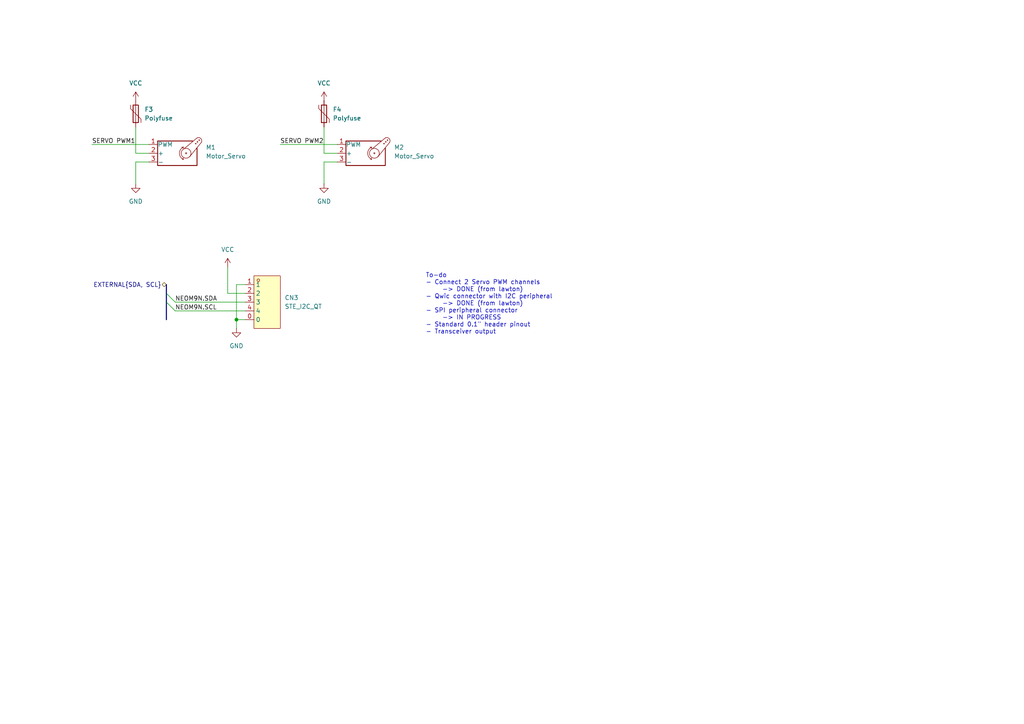
<source format=kicad_sch>
(kicad_sch (version 20250114) (generator "eeschema") (generator_version "9.0")
  (paper "A4")
  (lib_symbols
    (symbol "CONN-SMD_BM04B-SRSS-TB:BM04B-SRSS-TB(LF)(SN)"
      (property "Reference" "CN" (at 0 10.16 0))
      (property "Value" "BM04B-SRSS-TB(LF)(SN)" (at 0 -10.16 0))
      (symbol "BM04B-SRSS-TB(LF)(SN)_0_1"
        (rectangle (start -2.54 7.62) (end 5.08 -7.62) (fill (type background)))
        (circle (center -1.27 6.35) (radius 0.38))
        (pin unspecified line (at -5.08 5.08 0) (length 2.54) (name "1") (number "1"))
        (pin unspecified line (at -5.08 2.54 0) (length 2.54) (name "2") (number "2"))
        (pin unspecified line (at -5.08 0 0) (length 2.54) (name "3") (number "3"))
        (pin unspecified line (at -5.08 -2.54 0) (length 2.54) (name "4") (number "4"))
        (pin unspecified line (at -5.08 -5.08 0) (length 2.54) (name "0") (number "0"))
      )
    )
    (symbol "Device:Polyfuse" (pin_numbers (hide yes)) (pin_names (offset 0))
      (property "Reference" "F" (at -2.54 0 90))
      (property "Value" "Polyfuse" (at 2.54 0 90))
      (symbol "Polyfuse_0_1"
        (polyline (pts (xy -1.524 2.54) (xy -1.524 1.524) (xy 1.524 -1.524) (xy 1.524 -2.54)))
        (rectangle (start -0.762 2.54) (end 0.762 -2.54) (stroke (width 0.254)))
        (polyline (pts (xy 0 2.54) (xy 0 -2.54)))
      )
      (symbol "Polyfuse_1_1"
        (pin passive line (at 0 3.81 270) (length 1.27) (name "~") (number "1"))
        (pin passive line (at 0 -3.81 90) (length 1.27) (name "~") (number "2"))
      )
    )
    (symbol "Motor:Motor_Servo" (pin_names (offset 0.0254))
      (property "Reference" "M" (at -5.08 4.445 0))
      (property "Value" "Motor_Servo" (at -5.08 -4.064 0))
      (symbol "Motor_Servo_0_1"
        (polyline (pts (xy 2.413 1.778) (xy 1.905 1.778)))
        (polyline (pts (xy 2.413 1.778) (xy 2.286 1.397)))
        (polyline (pts (xy 2.413 -1.778) (xy 2.032 -1.778)))
        (polyline (pts (xy 2.413 -1.778) (xy 2.286 -1.397)))
        (arc (start 2.413 -1.778) (mid 1.2406 0) (end 2.413 1.778))
        (circle (center 3.175 0) (radius 0.1778))
        (circle (center 3.175 0) (radius 1.4224))
        (polyline (pts (xy 5.08 3.556) (xy -5.08 3.556) (xy -5.08 -3.556) (xy 6.35 -3.556) (xy 6.35 1.524)) (stroke (width 0.254)))
        (circle (center 5.969 2.794) (radius 0.127))
        (polyline (pts (xy 6.35 4.445) (xy 2.54 1.27)))
        (circle (center 6.477 3.302) (radius 0.127))
        (arc (start 6.35 4.445) (mid 7.4487 4.2737) (end 7.62 3.175))
        (circle (center 6.985 3.81) (radius 0.127))
        (polyline (pts (xy 7.62 3.175) (xy 4.191 -1.016)))
      )
      (symbol "Motor_Servo_1_1"
        (pin passive line (at -7.62 2.54 0) (length 2.54) (name "PWM") (number "1"))
        (pin passive line (at -7.62 0 0) (length 2.54) (name "+") (number "2"))
        (pin passive line (at -7.62 -2.54 0) (length 2.54) (name "-") (number "3"))
      )
    )
    (symbol "power:GND" (power) (pin_numbers (hide yes)) (pin_names (offset 0) (hide yes))
      (property "Value" "GND" (at 0 -3.81 0))
      (symbol "GND_0_1"
        (polyline (pts (xy 0 0) (xy 0 -1.27) (xy 1.27 -1.27) (xy 0 -2.54) (xy -1.27 -1.27) (xy 0 -1.27)))
      )
      (symbol "GND_1_1"
        (pin power_in line (at 0 0 270) (length 0) (name "~") (number "1"))
      )
    )
    (symbol "power:VCC" (power) (pin_numbers (hide yes)) (pin_names (offset 0) (hide yes))
      (property "Value" "VCC" (at 0 3.556 0))
      (symbol "VCC_0_1"
        (polyline (pts (xy -0.762 1.27) (xy 0 2.54)))
        (polyline (pts (xy 0 2.54) (xy 0.762 1.27)))
        (polyline (pts (xy 0 0) (xy 0 2.54)))
      )
      (symbol "VCC_1_1"
        (pin power_in line (at 0 0 90) (length 0) (name "~") (number "1"))
      )
    )
  )
  (text "To-do \n- Connect 2 Servo PWM channels \n	-> DONE (from lawton)\n- Qwic connector with I2C peripheral\n	-> DONE (from lawton)\n- SPI peripheral connector\n	-> IN PROGRESS\n- Standard 0.1\" header pinout\n- Transceiver output\n" (at 123.444 88.138 0) (effects (font (size 1.27 1.27)) (justify left)))
  (junction (at 68.58 92.71))
  (bus_entry (at 48.26 85.09) (size 2.54 2.54))
  (bus_entry (at 48.26 87.63) (size 2.54 2.54))
  (wire (pts (xy 66.04 77.47) (xy 66.04 85.09)))
  (wire (pts (xy 93.98 44.45) (xy 97.79 44.45)))
  (wire (pts (xy 43.18 46.99) (xy 39.37 46.99)))
  (wire (pts (xy 68.58 82.55) (xy 68.58 92.71)))
  (wire (pts (xy 81.28 41.91) (xy 97.79 41.91)))
  (wire (pts (xy 66.04 85.09) (xy 71.12 85.09)))
  (wire (pts (xy 68.58 92.71) (xy 71.12 92.71)))
  (wire (pts (xy 93.98 36.83) (xy 93.98 44.45)))
  (wire (pts (xy 68.58 92.71) (xy 68.58 95.25)))
  (wire (pts (xy 97.79 46.99) (xy 93.98 46.99)))
  (wire (pts (xy 39.37 46.99) (xy 39.37 53.34)))
  (wire (pts (xy 50.8 87.63) (xy 71.12 87.63)))
  (bus (pts (xy 48.26 87.63) (xy 48.26 92.71)))
  (wire (pts (xy 26.67 41.91) (xy 43.18 41.91)))
  (bus (pts (xy 48.26 85.09) (xy 48.26 87.63)))
  (bus (pts (xy 48.26 82.55) (xy 48.26 85.09)))
  (wire (pts (xy 50.8 90.17) (xy 71.12 90.17)))
  (wire (pts (xy 39.37 36.83) (xy 39.37 44.45)))
  (wire (pts (xy 93.98 46.99) (xy 93.98 53.34)))
  (wire (pts (xy 39.37 44.45) (xy 43.18 44.45)))
  (wire (pts (xy 71.12 82.55) (xy 68.58 82.55)))
  (label "SERVO PWM1" (at 26.67 41.91 0))
  (label "NEOM9N.SCL" (at 50.8 90.17 0))
  (label "NEOM9N.SDA" (at 50.8 87.63 0))
  (label "SERVO PWM2" (at 81.28 41.91 0))
  (hierarchical_label "EXTERNAL{SDA, SCL}" (shape bidirectional) (at 48.26 82.55 180))
  (symbol (lib_id "Motor:Motor_Servo") (at 50.8 44.45 0) (unit 1)
    (property "Reference" "M1" (at 59.69 42.7468 0) (effects (justify left)))
    (property "Value" "Motor_Servo" (at 59.69 45.2868 0) (effects (justify left)))
    (property "Datasheet" "http://forums.parallax.com/uploads/attachments/46831/74481.png" (effects (hide yes)))
    (property "Description" "Servo Motor (Futaba, HiTec, JR connector)" (effects (hide yes)))
  )
  (symbol (lib_id "power:GND") (at 93.98 53.34 0) (unit 1)
    (property "Reference" "#PWR085" (effects (hide yes)))
    (property "Value" "GND" (at 93.98 58.42 0))
    (property "Description" "Power symbol creates a global label with name \"GND\" , ground" (effects (hide yes)))
  )
  (symbol (lib_id "power:GND") (at 39.37 53.34 0) (unit 1)
    (property "Reference" "#PWR081" (effects (hide yes)))
    (property "Value" "GND" (at 39.37 58.42 0))
    (property "Description" "Power symbol creates a global label with name \"GND\" , ground" (effects (hide yes)))
  )
  (symbol (lib_id "power:GND") (at 68.58 95.25 0) (unit 1)
    (property "Reference" "#PWR083" (effects (hide yes)))
    (property "Value" "GND" (at 68.58 100.33 0))
    (property "Description" "Power symbol creates a global label with name \"GND\" , ground" (effects (hide yes)))
  )
  (symbol (lib_id "Motor:Motor_Servo") (at 105.41 44.45 0) (unit 1)
    (property "Reference" "M2" (at 114.3 42.7468 0) (effects (justify left)))
    (property "Value" "Motor_Servo" (at 114.3 45.2868 0) (effects (justify left)))
    (property "Datasheet" "http://forums.parallax.com/uploads/attachments/46831/74481.png" (effects (hide yes)))
    (property "Description" "Servo Motor (Futaba, HiTec, JR connector)" (effects (hide yes)))
  )
  (symbol (lib_id "power:VCC") (at 66.04 77.47 0) (unit 1)
    (property "Reference" "#PWR082" (effects (hide yes)))
    (property "Value" "VCC" (at 66.04 72.39 0))
    (property "Description" "Power symbol creates a global label with name \"VCC\"" (effects (hide yes)))
  )
  (symbol (lib_id "Device:Polyfuse") (at 39.37 33.02 0) (unit 1)
    (property "Reference" "F3" (at 41.91 31.7499 0) (effects (justify left)))
    (property "Value" "Polyfuse" (at 41.91 34.2899 0) (effects (justify left)))
    (property "Description" "Resettable fuse, polymeric positive temperature coefficient" (effects (hide yes)))
  )
  (symbol (lib_id "power:VCC") (at 39.37 29.21 0) (unit 1)
    (property "Reference" "#PWR080" (effects (hide yes)))
    (property "Value" "VCC" (at 39.37 24.13 0))
    (property "Description" "Power symbol creates a global label with name \"VCC\"" (effects (hide yes)))
  )
  (symbol (lib_id "power:VCC") (at 93.98 29.21 0) (unit 1)
    (property "Reference" "#PWR084" (effects (hide yes)))
    (property "Value" "VCC" (at 93.98 24.13 0))
    (property "Description" "Power symbol creates a global label with name \"VCC\"" (effects (hide yes)))
  )
  (symbol (lib_id "CONN-SMD_BM04B-SRSS-TB:BM04B-SRSS-TB(LF)(SN)") (at 76.2 87.63 0) (unit 1)
    (property "Reference" "CN3" (at 82.55 86.3599 0) (effects (justify left)))
    (property "Value" "STE_I2C_QT" (at 82.55 88.8999 0) (effects (justify left)))
    (property "Footprint" "easyeda2kicad:CONN-SMD_BM04B-SRSS-TB" (effects (hide yes)))
    (property "Datasheet" "https://lcsc.com/product-detail/Others_JST-Sales-America__JST-Sales-America-BM04B-SRSS-TB-LF-SN_C160390.html" (effects (hide yes)))
    (property "LCSC Part" "C160390" (effects (hide yes)))
  )
  (symbol (lib_id "Device:Polyfuse") (at 93.98 33.02 0) (unit 1)
    (property "Reference" "F4" (at 96.52 31.7499 0) (effects (justify left)))
    (property "Value" "Polyfuse" (at 96.52 34.2899 0) (effects (justify left)))
    (property "Description" "Resettable fuse, polymeric positive temperature coefficient" (effects (hide yes)))
  )
)
</source>
